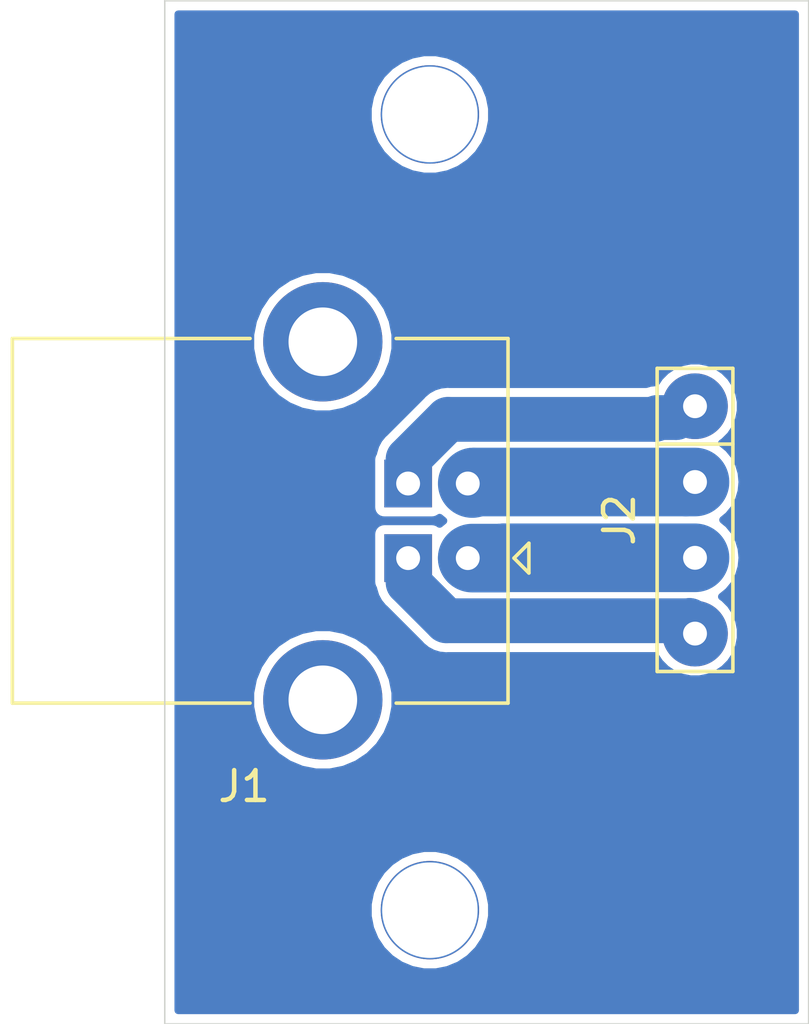
<source format=kicad_pcb>
(kicad_pcb (version 20171130) (host pcbnew "(5.1.6)-1")

  (general
    (thickness 1.6)
    (drawings 16)
    (tracks 25)
    (zones 0)
    (modules 2)
    (nets 5)
  )

  (page A4)
  (layers
    (0 F.Cu signal)
    (31 B.Cu signal)
    (32 B.Adhes user)
    (33 F.Adhes user)
    (34 B.Paste user)
    (35 F.Paste user)
    (36 B.SilkS user)
    (37 F.SilkS user)
    (38 B.Mask user)
    (39 F.Mask user)
    (40 Dwgs.User user hide)
    (41 Cmts.User user)
    (42 Eco1.User user)
    (43 Eco2.User user)
    (44 Edge.Cuts user)
    (45 Margin user)
    (46 B.CrtYd user)
    (47 F.CrtYd user)
    (48 B.Fab user)
    (49 F.Fab user)
  )

  (setup
    (last_trace_width 0.25)
    (user_trace_width 1.5)
    (user_trace_width 2.3)
    (trace_clearance 0.2)
    (zone_clearance 0.508)
    (zone_45_only no)
    (trace_min 0.2)
    (via_size 0.8)
    (via_drill 0.4)
    (via_min_size 0.4)
    (via_min_drill 0.3)
    (user_via 3.3 3.2)
    (uvia_size 0.3)
    (uvia_drill 0.1)
    (uvias_allowed no)
    (uvia_min_size 0.2)
    (uvia_min_drill 0.1)
    (edge_width 0.05)
    (segment_width 0.2)
    (pcb_text_width 0.3)
    (pcb_text_size 1.5 1.5)
    (mod_edge_width 0.12)
    (mod_text_size 1 1)
    (mod_text_width 0.15)
    (pad_size 1.6 1.6)
    (pad_drill 0.8)
    (pad_to_mask_clearance 0.05)
    (aux_axis_origin 0 0)
    (visible_elements 7FFFFFFF)
    (pcbplotparams
      (layerselection 0x01040_fffffffe)
      (usegerberextensions false)
      (usegerberattributes true)
      (usegerberadvancedattributes true)
      (creategerberjobfile false)
      (excludeedgelayer true)
      (linewidth 0.100000)
      (plotframeref false)
      (viasonmask false)
      (mode 1)
      (useauxorigin false)
      (hpglpennumber 1)
      (hpglpenspeed 20)
      (hpglpendiameter 15.000000)
      (psnegative false)
      (psa4output false)
      (plotreference true)
      (plotvalue true)
      (plotinvisibletext false)
      (padsonsilk false)
      (subtractmaskfromsilk false)
      (outputformat 1)
      (mirror false)
      (drillshape 0)
      (scaleselection 1)
      (outputdirectory "plot/"))
  )

  (net 0 "")
  (net 1 "Net-(J1-Pad1)")
  (net 2 "Net-(J1-Pad2)")
  (net 3 "Net-(J1-Pad3)")
  (net 4 "Net-(J1-Pad4)")

  (net_class Default "This is the default net class."
    (clearance 0.2)
    (trace_width 0.25)
    (via_dia 0.8)
    (via_drill 0.4)
    (uvia_dia 0.3)
    (uvia_drill 0.1)
    (add_net "Net-(J1-Pad1)")
    (add_net "Net-(J1-Pad2)")
    (add_net "Net-(J1-Pad3)")
    (add_net "Net-(J1-Pad4)")
  )

  (module Connector_USB:USB_B_Lumberg_2411_02_Horizontal (layer F.Cu) (tedit 624C7E20) (tstamp 624CD5AA)
    (at 10.16 -15.61 180)
    (descr "USB 2.0 receptacle type B, horizontal version, through-hole, https://downloads.lumberg.com/datenblaetter/en/2411_02.pdf")
    (tags "USB B receptacle horizontal through-hole")
    (path /624C7923)
    (fp_text reference J1 (at 7.5 -7.65) (layer F.SilkS)
      (effects (font (size 1 1) (thickness 0.15)))
    )
    (fp_text value Conn_01x04 (at 7.05 10.45) (layer F.Fab)
      (effects (font (size 1 1) (thickness 0.15)))
    )
    (fp_line (start -1.74 -7.25) (end -1.74 9.75) (layer F.CrtYd) (width 0.05))
    (fp_line (start 15.66 -7.25) (end -1.74 -7.25) (layer F.CrtYd) (width 0.05))
    (fp_line (start 15.66 9.75) (end 15.66 -7.25) (layer F.CrtYd) (width 0.05))
    (fp_line (start -1.74 9.75) (end 15.66 9.75) (layer F.CrtYd) (width 0.05))
    (fp_line (start -2.05 0.5) (end -1.55 0) (layer F.SilkS) (width 0.12))
    (fp_line (start -2.05 -0.5) (end -2.05 0.5) (layer F.SilkS) (width 0.12))
    (fp_line (start -1.55 0) (end -2.05 -0.5) (layer F.SilkS) (width 0.12))
    (fp_line (start 15.27 7.36) (end 7.3 7.36) (layer F.SilkS) (width 0.12))
    (fp_line (start 15.27 -4.86) (end 7.3 -4.86) (layer F.SilkS) (width 0.12))
    (fp_line (start 15.27 7.36) (end 15.27 -4.86) (layer F.SilkS) (width 0.12))
    (fp_line (start -1.35 -4.86) (end 2.4 -4.86) (layer F.SilkS) (width 0.12))
    (fp_line (start -1.35 7.36) (end 2.4 7.36) (layer F.SilkS) (width 0.12))
    (fp_line (start -1.35 7.36) (end -1.35 -4.86) (layer F.SilkS) (width 0.12))
    (fp_line (start -0.75 0) (end -1.24 -0.49) (layer F.Fab) (width 0.1))
    (fp_line (start -1.24 0.49) (end -0.75 0) (layer F.Fab) (width 0.1))
    (fp_line (start 15.16 7.25) (end -1.24 7.25) (layer F.Fab) (width 0.1))
    (fp_line (start 15.16 -4.75) (end 15.16 7.25) (layer F.Fab) (width 0.1))
    (fp_line (start -1.24 -4.75) (end 15.16 -4.75) (layer F.Fab) (width 0.1))
    (fp_line (start -1.24 7.25) (end -1.24 -4.75) (layer F.Fab) (width 0.1))
    (fp_text user %R (at 7.5 1.25 180) (layer F.Fab)
      (effects (font (size 1 1) (thickness 0.15)))
    )
    (pad 1 thru_hole circle (at 0 0 270) (size 1.6 1.6) (drill 0.8) (layers *.Cu *.Mask)
      (net 1 "Net-(J1-Pad1)"))
    (pad 2 thru_hole circle (at 0 2.5 270) (size 1.6 1.6) (drill 0.8) (layers *.Cu *.Mask)
      (net 2 "Net-(J1-Pad2)"))
    (pad 3 thru_hole rect (at 2 2.5 270) (size 1.6 1.6) (drill 0.8) (layers *.Cu *.Mask)
      (net 3 "Net-(J1-Pad3)"))
    (pad 4 thru_hole rect (at 2 0 270) (size 1.6 1.6) (drill 0.8) (layers *.Cu *.Mask)
      (net 4 "Net-(J1-Pad4)"))
    (pad 5 thru_hole circle (at 4.86 7.25 270) (size 4 4) (drill 2.3) (layers *.Cu *.Mask))
    (pad 5 thru_hole circle (at 4.86 -4.75 270) (size 4 4) (drill 2.3) (layers *.Cu *.Mask))
    (model ${KISYS3DMOD}/Connector_USB.3dshapes/USB_B_Lumberg_2411_02_Horizontal.wrl
      (at (xyz 0 0 0))
      (scale (xyz 1 1 1))
      (rotate (xyz 0 0 0))
    )
  )

  (module cnc3018-PCB:my4pin (layer F.Cu) (tedit 612D2557) (tstamp 624CD406)
    (at 17.78 -20.7 270)
    (path /624C86B7)
    (fp_text reference J2 (at 3.81 2.54 90) (layer F.SilkS)
      (effects (font (size 1 1) (thickness 0.15)))
    )
    (fp_text value Conn_01x04 (at 3.81 -2.54 90) (layer F.Fab)
      (effects (font (size 1 1) (thickness 0.15)))
    )
    (fp_line (start 8.89 -1.27) (end 1.27 -1.27) (layer F.SilkS) (width 0.12))
    (fp_line (start 8.89 1.27) (end 8.89 -1.27) (layer F.SilkS) (width 0.12))
    (fp_line (start -1.27 1.27) (end 8.89 1.27) (layer F.SilkS) (width 0.12))
    (fp_line (start 1.27 -1.27) (end 1.27 1.27) (layer F.SilkS) (width 0.12))
    (fp_line (start -1.27 -1.27) (end 1.27 -1.27) (layer F.SilkS) (width 0.12))
    (fp_line (start -1.27 -1.27) (end -1.27 1.27) (layer F.SilkS) (width 0.12))
    (pad 1 thru_hole circle (at 0 0 270) (size 2.2 2.2) (drill 0.8) (layers *.Cu *.Mask)
      (net 3 "Net-(J1-Pad3)"))
    (pad 2 thru_hole circle (at 2.54 0 270) (size 2.2 2.2) (drill 0.8) (layers *.Cu *.Mask)
      (net 2 "Net-(J1-Pad2)"))
    (pad 3 thru_hole circle (at 5.08 0 270) (size 2.2 2.2) (drill 0.8) (layers *.Cu *.Mask)
      (net 1 "Net-(J1-Pad1)"))
    (pad 4 thru_hole circle (at 7.62 0 270) (size 2.2 2.2) (drill 0.8) (layers *.Cu *.Mask)
      (net 4 "Net-(J1-Pad4)"))
  )

  (dimension 11.3 (width 0.15) (layer Dwgs.User)
    (gr_text "11.300 mm" (at 25.5 -28.65 90) (layer Dwgs.User)
      (effects (font (size 1 1) (thickness 0.15)))
    )
    (feature1 (pts (xy 5.2 -34.3) (xy 24.786421 -34.3)))
    (feature2 (pts (xy 5.2 -23) (xy 24.786421 -23)))
    (crossbar (pts (xy 24.2 -23) (xy 24.2 -34.3)))
    (arrow1a (pts (xy 24.2 -34.3) (xy 24.786421 -33.173496)))
    (arrow1b (pts (xy 24.2 -34.3) (xy 23.613579 -33.173496)))
    (arrow2a (pts (xy 24.2 -23) (xy 24.786421 -24.126504)))
    (arrow2b (pts (xy 24.2 -23) (xy 23.613579 -24.126504)))
  )
  (dimension 5 (width 0.15) (layer Dwgs.User)
    (gr_text "5.000 mm" (at 2.6 -24.3) (layer Dwgs.User)
      (effects (font (size 1 1) (thickness 0.15)))
    )
    (feature1 (pts (xy 0.1 -23) (xy 0.1 -23.586421)))
    (feature2 (pts (xy 5.1 -23) (xy 5.1 -23.586421)))
    (crossbar (pts (xy 5.1 -23) (xy 0.1 -23)))
    (arrow1a (pts (xy 0.1 -23) (xy 1.226504 -23.586421)))
    (arrow1b (pts (xy 0.1 -23) (xy 1.226504 -22.413579)))
    (arrow2a (pts (xy 5.1 -23) (xy 3.973496 -23.586421)))
    (arrow2b (pts (xy 5.1 -23) (xy 3.973496 -22.413579)))
  )
  (dimension 17.4 (width 0.15) (layer Dwgs.User)
    (gr_text "17.400 mm" (at 3.2 -55.3) (layer Dwgs.User)
      (effects (font (size 1 1) (thickness 0.15)))
    )
    (feature1 (pts (xy 11.9 -25.36) (xy 11.9 -54.586421)))
    (feature2 (pts (xy -5.5 -25.36) (xy -5.5 -54.586421)))
    (crossbar (pts (xy -5.5 -54) (xy 11.9 -54)))
    (arrow1a (pts (xy 11.9 -54) (xy 10.773496 -53.413579)))
    (arrow1b (pts (xy 11.9 -54) (xy 10.773496 -54.586421)))
    (arrow2a (pts (xy -5.5 -54) (xy -4.373496 -53.413579)))
    (arrow2b (pts (xy -5.5 -54) (xy -4.373496 -54.586421)))
  )
  (dimension 5.500145 (width 0.15) (layer Dwgs.User)
    (gr_text "5.500 mm" (at -2.445065 16.548581 0.4166892318) (layer Dwgs.User)
      (effects (font (size 1 1) (thickness 0.15)))
    )
    (feature1 (pts (xy 0 -25.4) (xy 0.299746 15.81502)))
    (feature2 (pts (xy -5.5 -25.36) (xy -5.200254 15.85502)))
    (crossbar (pts (xy -5.204519 15.268615) (xy 0.295481 15.228615)))
    (arrow1a (pts (xy 0.295481 15.228615) (xy -0.826728 15.823213)))
    (arrow1b (pts (xy 0.295481 15.228615) (xy -0.835258 14.650402)))
    (arrow2a (pts (xy -5.204519 15.268615) (xy -4.07378 15.846828)))
    (arrow2b (pts (xy -5.204519 15.268615) (xy -4.08231 14.674017)))
  )
  (gr_text "10mm high\n" (at -13.97 -7.62) (layer Dwgs.User)
    (effects (font (size 1 1) (thickness 0.15)))
  )
  (dimension 12 (width 0.15) (layer Dwgs.User)
    (gr_text "12.000 mm" (at -11.46 -16.86 270) (layer Dwgs.User)
      (effects (font (size 1 1) (thickness 0.15)))
    )
    (feature1 (pts (xy -5 -10.86) (xy -10.746421 -10.86)))
    (feature2 (pts (xy -5 -22.86) (xy -10.746421 -22.86)))
    (crossbar (pts (xy -10.16 -22.86) (xy -10.16 -10.86)))
    (arrow1a (pts (xy -10.16 -10.86) (xy -10.746421 -11.986504)))
    (arrow1b (pts (xy -10.16 -10.86) (xy -9.573579 -11.986504)))
    (arrow2a (pts (xy -10.16 -22.86) (xy -10.746421 -21.733496)))
    (arrow2b (pts (xy -10.16 -22.86) (xy -9.573579 -21.733496)))
  )
  (dimension 8.89 (width 0.15) (layer Dwgs.User)
    (gr_text "8.890 mm" (at 4.445 -40.67) (layer Dwgs.User)
      (effects (font (size 1 1) (thickness 0.15)))
    )
    (feature1 (pts (xy 0 -30.48) (xy 0 -39.956421)))
    (feature2 (pts (xy 8.89 -30.48) (xy 8.89 -39.956421)))
    (crossbar (pts (xy 8.89 -39.37) (xy 0 -39.37)))
    (arrow1a (pts (xy 0 -39.37) (xy 1.126504 -39.956421)))
    (arrow1b (pts (xy 0 -39.37) (xy 1.126504 -38.783579)))
    (arrow2a (pts (xy 8.89 -39.37) (xy 7.763496 -39.956421)))
    (arrow2b (pts (xy 8.89 -39.37) (xy 7.763496 -38.783579)))
  )
  (dimension 3.81 (width 0.15) (layer Dwgs.User)
    (gr_text "3.810 mm" (at -6.38 -32.385 90) (layer Dwgs.User)
      (effects (font (size 1 1) (thickness 0.15)))
    )
    (feature1 (pts (xy 8.89 -34.29) (xy -5.666421 -34.29)))
    (feature2 (pts (xy 8.89 -30.48) (xy -5.666421 -30.48)))
    (crossbar (pts (xy -5.08 -30.48) (xy -5.08 -34.29)))
    (arrow1a (pts (xy -5.08 -34.29) (xy -4.493579 -33.163496)))
    (arrow1b (pts (xy -5.08 -34.29) (xy -5.666421 -33.163496)))
    (arrow2a (pts (xy -5.08 -30.48) (xy -4.493579 -31.606504)))
    (arrow2b (pts (xy -5.08 -30.48) (xy -5.666421 -31.606504)))
  )
  (dimension 3.81 (width 0.15) (layer Dwgs.User)
    (gr_text "3.810 mm" (at -7.65 -1.905 270) (layer Dwgs.User)
      (effects (font (size 1 1) (thickness 0.15)))
    )
    (feature1 (pts (xy 8.89 0) (xy -6.936421 0)))
    (feature2 (pts (xy 8.89 -3.81) (xy -6.936421 -3.81)))
    (crossbar (pts (xy -6.35 -3.81) (xy -6.35 0)))
    (arrow1a (pts (xy -6.35 0) (xy -6.936421 -1.126504)))
    (arrow1b (pts (xy -6.35 0) (xy -5.763579 -1.126504)))
    (arrow2a (pts (xy -6.35 -3.81) (xy -6.936421 -2.683496)))
    (arrow2b (pts (xy -6.35 -3.81) (xy -5.763579 -2.683496)))
  )
  (dimension 8.89 (width 0.15) (layer Dwgs.User)
    (gr_text "8.890 mm" (at 4.445 8.92) (layer Dwgs.User)
      (effects (font (size 1 1) (thickness 0.15)))
    )
    (feature1 (pts (xy 0 -3.81) (xy 0 8.206421)))
    (feature2 (pts (xy 8.89 -3.81) (xy 8.89 8.206421)))
    (crossbar (pts (xy 8.89 7.62) (xy 0 7.62)))
    (arrow1a (pts (xy 0 7.62) (xy 1.126504 7.033579)))
    (arrow1b (pts (xy 0 7.62) (xy 1.126504 8.206421)))
    (arrow2a (pts (xy 8.89 7.62) (xy 7.763496 7.033579)))
    (arrow2b (pts (xy 8.89 7.62) (xy 7.763496 8.206421)))
  )
  (dimension 34.29 (width 0.15) (layer Dwgs.User)
    (gr_text "34.290 mm" (at 29.24 -17.145 270) (layer Dwgs.User)
      (effects (font (size 1 1) (thickness 0.15)))
    )
    (feature1 (pts (xy 21.59 0) (xy 28.526421 0)))
    (feature2 (pts (xy 21.59 -34.29) (xy 28.526421 -34.29)))
    (crossbar (pts (xy 27.94 -34.29) (xy 27.94 0)))
    (arrow1a (pts (xy 27.94 0) (xy 27.353579 -1.126504)))
    (arrow1b (pts (xy 27.94 0) (xy 28.526421 -1.126504)))
    (arrow2a (pts (xy 27.94 -34.29) (xy 27.353579 -33.163496)))
    (arrow2b (pts (xy 27.94 -34.29) (xy 28.526421 -33.163496)))
  )
  (dimension 21.59 (width 0.15) (layer Dwgs.User)
    (gr_text "21.590 mm" (at 10.795 -45.75) (layer Dwgs.User)
      (effects (font (size 1 1) (thickness 0.15)))
    )
    (feature1 (pts (xy 21.59 -34.29) (xy 21.59 -45.036421)))
    (feature2 (pts (xy 0 -34.29) (xy 0 -45.036421)))
    (crossbar (pts (xy 0 -44.45) (xy 21.59 -44.45)))
    (arrow1a (pts (xy 21.59 -44.45) (xy 20.463496 -43.863579)))
    (arrow1b (pts (xy 21.59 -44.45) (xy 20.463496 -45.036421)))
    (arrow2a (pts (xy 0 -44.45) (xy 1.126504 -43.863579)))
    (arrow2b (pts (xy 0 -44.45) (xy 1.126504 -45.036421)))
  )
  (gr_line (start 21.59 0) (end 0 0) (layer Edge.Cuts) (width 0.05) (tstamp 624CD56E))
  (gr_line (start 21.59 -34.29) (end 21.59 0) (layer Edge.Cuts) (width 0.05))
  (gr_line (start 0 -34.29) (end 21.59 -34.29) (layer Edge.Cuts) (width 0.05))
  (gr_line (start 0 0) (end 0 -34.29) (layer Edge.Cuts) (width 0.05))

  (via (at 8.89 -30.48) (size 3.3) (drill 3.2) (layers F.Cu B.Cu) (net 0))
  (via (at 8.89 -3.81) (size 3.3) (drill 3.2) (layers F.Cu B.Cu) (net 0))
  (segment (start 17.77 -15.61) (end 17.78 -15.62) (width 1.5) (layer B.Cu) (net 1))
  (segment (start 10.270001 -15.62) (end 10.260001 -15.61) (width 2.2) (layer B.Cu) (net 1))
  (segment (start 11.345549 -15.61) (end 10.310001 -15.61) (width 2.3) (layer B.Cu) (net 1))
  (segment (start 17.78 -15.62) (end 11.355549 -15.62) (width 2.3) (layer B.Cu) (net 1))
  (segment (start 11.355549 -15.62) (end 11.345549 -15.61) (width 2.3) (layer B.Cu) (net 1))
  (segment (start 17.73 -18.11) (end 17.78 -18.16) (width 1.5) (layer B.Cu) (net 2))
  (segment (start 17.78 -18.16) (end 17.525 -18.16) (width 2.2) (layer B.Cu) (net 2))
  (segment (start 17.525 -18.16) (end 17.475 -18.11) (width 2.2) (layer B.Cu) (net 2))
  (segment (start 10.360001 -18.16) (end 10.310001 -18.11) (width 2.3) (layer B.Cu) (net 2))
  (segment (start 17.78 -18.16) (end 10.360001 -18.16) (width 2.3) (layer B.Cu) (net 2))
  (segment (start 17.525 -20.7) (end 17.145 -20.32) (width 1.5) (layer B.Cu) (net 3))
  (segment (start 17.78 -20.7) (end 17.525 -20.7) (width 1.5) (layer B.Cu) (net 3))
  (segment (start 16.51 -20.32) (end 16.45001 -20.26001) (width 1.5) (layer B.Cu) (net 3))
  (segment (start 17.145 -20.32) (end 16.51 -20.32) (width 1.5) (layer B.Cu) (net 3))
  (segment (start 16.45001 -20.26001) (end 9.490149 -20.26001) (width 1.5) (layer B.Cu) (net 3))
  (segment (start 8.16 -18.929861) (end 8.16 -18.11) (width 1.5) (layer B.Cu) (net 3))
  (segment (start 9.490149 -20.26001) (end 8.16 -18.929861) (width 1.5) (layer B.Cu) (net 3))
  (segment (start 8.16 -14.790139) (end 8.16 -15.61) (width 1.5) (layer B.Cu) (net 4))
  (segment (start 17.78 -13.335) (end 17.59501 -13.51999) (width 1.5) (layer B.Cu) (net 4))
  (segment (start 17.78 -13.08) (end 17.78 -13.335) (width 1.5) (layer B.Cu) (net 4))
  (segment (start 17.58501 -13.50999) (end 9.440149 -13.50999) (width 1.5) (layer B.Cu) (net 4))
  (segment (start 17.59501 -13.51999) (end 17.58501 -13.50999) (width 1.5) (layer B.Cu) (net 4))
  (segment (start 9.440149 -13.50999) (end 8.16 -14.790139) (width 1.5) (layer B.Cu) (net 4))

  (zone (net 0) (net_name "") (layer B.Cu) (tstamp 624CD760) (hatch edge 0.508)
    (connect_pads yes (clearance 0.3))
    (min_thickness 0.254)
    (fill yes (arc_segments 32) (thermal_gap 0.508) (thermal_bridge_width 0.508))
    (polygon
      (pts
        (xy 21.59 0) (xy 0 0) (xy 0 -34.29) (xy 21.59 -34.29)
      )
    )
    (filled_polygon
      (pts
        (xy 21.138001 -0.452) (xy 0.452 -0.452) (xy 0.452 -4.014567) (xy 6.813 -4.014567) (xy 6.813 -3.605433)
        (xy 6.892818 -3.204161) (xy 7.049386 -2.826171) (xy 7.276689 -2.485989) (xy 7.565989 -2.196689) (xy 7.906171 -1.969386)
        (xy 8.284161 -1.812818) (xy 8.685433 -1.733) (xy 9.094567 -1.733) (xy 9.495839 -1.812818) (xy 9.873829 -1.969386)
        (xy 10.214011 -2.196689) (xy 10.503311 -2.485989) (xy 10.730614 -2.826171) (xy 10.887182 -3.204161) (xy 10.967 -3.605433)
        (xy 10.967 -4.014567) (xy 10.887182 -4.415839) (xy 10.730614 -4.793829) (xy 10.503311 -5.134011) (xy 10.214011 -5.423311)
        (xy 9.873829 -5.650614) (xy 9.495839 -5.807182) (xy 9.094567 -5.887) (xy 8.685433 -5.887) (xy 8.284161 -5.807182)
        (xy 7.906171 -5.650614) (xy 7.565989 -5.423311) (xy 7.276689 -5.134011) (xy 7.049386 -4.793829) (xy 6.892818 -4.415839)
        (xy 6.813 -4.014567) (xy 0.452 -4.014567) (xy 0.452 -11.099039) (xy 2.873 -11.099039) (xy 2.873 -10.620961)
        (xy 2.966268 -10.15207) (xy 3.149221 -9.710385) (xy 3.414826 -9.312878) (xy 3.752878 -8.974826) (xy 4.150385 -8.709221)
        (xy 4.59207 -8.526268) (xy 5.060961 -8.433) (xy 5.539039 -8.433) (xy 6.00793 -8.526268) (xy 6.449615 -8.709221)
        (xy 6.847122 -8.974826) (xy 7.185174 -9.312878) (xy 7.450779 -9.710385) (xy 7.633732 -10.15207) (xy 7.727 -10.620961)
        (xy 7.727 -11.099039) (xy 7.633732 -11.56793) (xy 7.450779 -12.009615) (xy 7.185174 -12.407122) (xy 6.847122 -12.745174)
        (xy 6.449615 -13.010779) (xy 6.00793 -13.193732) (xy 5.539039 -13.287) (xy 5.060961 -13.287) (xy 4.59207 -13.193732)
        (xy 4.150385 -13.010779) (xy 3.752878 -12.745174) (xy 3.414826 -12.407122) (xy 3.149221 -12.009615) (xy 2.966268 -11.56793)
        (xy 2.873 -11.099039) (xy 0.452 -11.099039) (xy 0.452 -18.91) (xy 6.930934 -18.91) (xy 6.930934 -17.31)
        (xy 6.939178 -17.226293) (xy 6.963595 -17.145804) (xy 7.003245 -17.071624) (xy 7.056605 -17.006605) (xy 7.121624 -16.953245)
        (xy 7.195804 -16.913595) (xy 7.276293 -16.889178) (xy 7.36 -16.880934) (xy 8.96 -16.880934) (xy 9.043707 -16.889178)
        (xy 9.124196 -16.913595) (xy 9.198376 -16.953245) (xy 9.216025 -16.967729) (xy 9.347292 -16.860001) (xy 9.216024 -16.752272)
        (xy 9.198376 -16.766755) (xy 9.124196 -16.806405) (xy 9.043707 -16.830822) (xy 8.96 -16.839066) (xy 7.36 -16.839066)
        (xy 7.276293 -16.830822) (xy 7.195804 -16.806405) (xy 7.121624 -16.766755) (xy 7.056605 -16.713395) (xy 7.003245 -16.648376)
        (xy 6.963595 -16.574196) (xy 6.939178 -16.493707) (xy 6.930934 -16.41) (xy 6.930934 -14.81) (xy 6.939178 -14.726293)
        (xy 6.963595 -14.645804) (xy 6.99783 -14.581755) (xy 7.000031 -14.559408) (xy 7.067333 -14.337543) (xy 7.176626 -14.13307)
        (xy 7.323709 -13.953848) (xy 7.368623 -13.916988) (xy 8.567002 -12.718608) (xy 8.603858 -12.673699) (xy 8.783079 -12.526616)
        (xy 8.987552 -12.417323) (xy 9.187419 -12.356694) (xy 9.209417 -12.350021) (xy 9.440148 -12.327296) (xy 9.49796 -12.33299)
        (xy 16.442628 -12.33299) (xy 16.593901 -12.106594) (xy 16.806594 -11.893901) (xy 17.056694 -11.72679) (xy 17.33459 -11.611681)
        (xy 17.629604 -11.553) (xy 17.930396 -11.553) (xy 18.22541 -11.611681) (xy 18.503306 -11.72679) (xy 18.753406 -11.893901)
        (xy 18.966099 -12.106594) (xy 19.13321 -12.356694) (xy 19.248319 -12.63459) (xy 19.307 -12.929604) (xy 19.307 -13.230396)
        (xy 19.248319 -13.52541) (xy 19.13321 -13.803306) (xy 18.966099 -14.053406) (xy 18.753406 -14.266099) (xy 18.677724 -14.316668)
        (xy 18.900503 -14.499497) (xy 19.097572 -14.739627) (xy 19.244007 -15.013588) (xy 19.334182 -15.310854) (xy 19.36463 -15.62)
        (xy 19.334182 -15.929146) (xy 19.244007 -16.226412) (xy 19.097572 -16.500373) (xy 18.900503 -16.740503) (xy 18.71834 -16.89)
        (xy 18.900503 -17.039497) (xy 19.097572 -17.279627) (xy 19.244007 -17.553588) (xy 19.334182 -17.850854) (xy 19.36463 -18.16)
        (xy 19.334182 -18.469146) (xy 19.244007 -18.766412) (xy 19.097572 -19.040373) (xy 18.900503 -19.280503) (xy 18.677724 -19.463332)
        (xy 18.753406 -19.513901) (xy 18.966099 -19.726594) (xy 19.13321 -19.976694) (xy 19.248319 -20.25459) (xy 19.307 -20.549604)
        (xy 19.307 -20.850396) (xy 19.248319 -21.14541) (xy 19.13321 -21.423306) (xy 18.966099 -21.673406) (xy 18.753406 -21.886099)
        (xy 18.503306 -22.05321) (xy 18.22541 -22.168319) (xy 17.930396 -22.227) (xy 17.629604 -22.227) (xy 17.33459 -22.168319)
        (xy 17.056694 -22.05321) (xy 16.806594 -21.886099) (xy 16.593901 -21.673406) (xy 16.47771 -21.499514) (xy 16.452188 -21.497)
        (xy 16.279268 -21.479969) (xy 16.137651 -21.43701) (xy 9.547961 -21.43701) (xy 9.490149 -21.442704) (xy 9.432337 -21.43701)
        (xy 9.259417 -21.419979) (xy 9.037552 -21.352677) (xy 8.833079 -21.243384) (xy 8.722455 -21.152597) (xy 8.653858 -21.096301)
        (xy 8.617007 -21.051398) (xy 7.368622 -19.803011) (xy 7.323709 -19.766152) (xy 7.176626 -19.58693) (xy 7.067333 -19.382457)
        (xy 7.025629 -19.244976) (xy 7.000031 -19.160592) (xy 6.99783 -19.138245) (xy 6.963595 -19.074196) (xy 6.939178 -18.993707)
        (xy 6.930934 -18.91) (xy 0.452 -18.91) (xy 0.452 -23.099039) (xy 2.873 -23.099039) (xy 2.873 -22.620961)
        (xy 2.966268 -22.15207) (xy 3.149221 -21.710385) (xy 3.414826 -21.312878) (xy 3.752878 -20.974826) (xy 4.150385 -20.709221)
        (xy 4.59207 -20.526268) (xy 5.060961 -20.433) (xy 5.539039 -20.433) (xy 6.00793 -20.526268) (xy 6.449615 -20.709221)
        (xy 6.847122 -20.974826) (xy 7.185174 -21.312878) (xy 7.450779 -21.710385) (xy 7.633732 -22.15207) (xy 7.727 -22.620961)
        (xy 7.727 -23.099039) (xy 7.633732 -23.56793) (xy 7.450779 -24.009615) (xy 7.185174 -24.407122) (xy 6.847122 -24.745174)
        (xy 6.449615 -25.010779) (xy 6.00793 -25.193732) (xy 5.539039 -25.287) (xy 5.060961 -25.287) (xy 4.59207 -25.193732)
        (xy 4.150385 -25.010779) (xy 3.752878 -24.745174) (xy 3.414826 -24.407122) (xy 3.149221 -24.009615) (xy 2.966268 -23.56793)
        (xy 2.873 -23.099039) (xy 0.452 -23.099039) (xy 0.452 -30.684567) (xy 6.813 -30.684567) (xy 6.813 -30.275433)
        (xy 6.892818 -29.874161) (xy 7.049386 -29.496171) (xy 7.276689 -29.155989) (xy 7.565989 -28.866689) (xy 7.906171 -28.639386)
        (xy 8.284161 -28.482818) (xy 8.685433 -28.403) (xy 9.094567 -28.403) (xy 9.495839 -28.482818) (xy 9.873829 -28.639386)
        (xy 10.214011 -28.866689) (xy 10.503311 -29.155989) (xy 10.730614 -29.496171) (xy 10.887182 -29.874161) (xy 10.967 -30.275433)
        (xy 10.967 -30.684567) (xy 10.887182 -31.085839) (xy 10.730614 -31.463829) (xy 10.503311 -31.804011) (xy 10.214011 -32.093311)
        (xy 9.873829 -32.320614) (xy 9.495839 -32.477182) (xy 9.094567 -32.557) (xy 8.685433 -32.557) (xy 8.284161 -32.477182)
        (xy 7.906171 -32.320614) (xy 7.565989 -32.093311) (xy 7.276689 -31.804011) (xy 7.049386 -31.463829) (xy 6.892818 -31.085839)
        (xy 6.813 -30.684567) (xy 0.452 -30.684567) (xy 0.452 -33.838) (xy 21.138 -33.838)
      )
    )
  )
)

</source>
